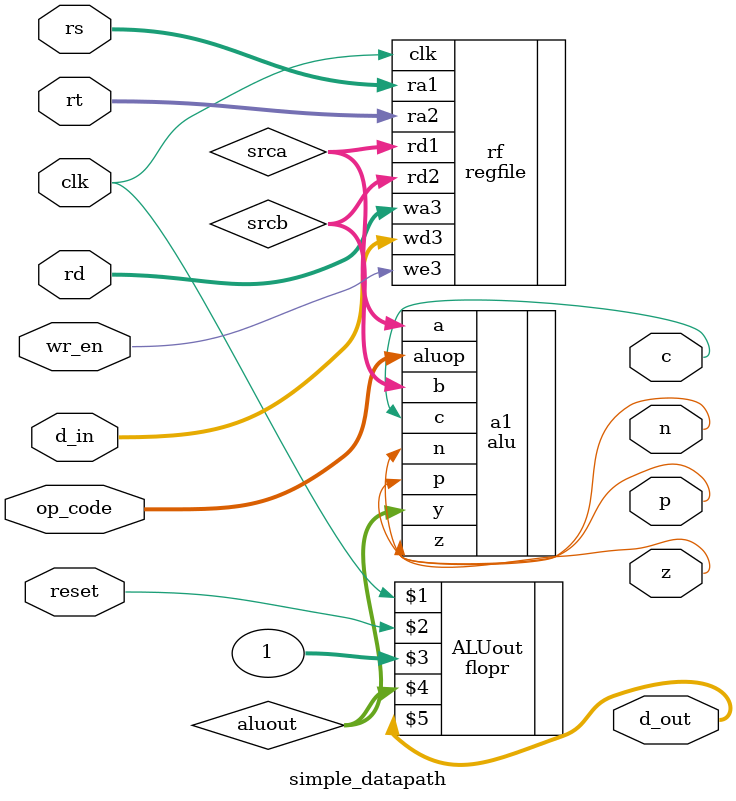
<source format=sv>
/*
 * Harold Agnote
 * Professor Joshua Hayter
 * CECS 341 - Sec. 07
 * 2/16/2017
 *
 */
`timescale 1ns/100ps

`include "regfile.v"
`include "flopr.v"
`include "alu.v"

`define datasize 32
module simple_datapath(
  input [2:0]	op_code,
  input 		clk, reset,
  input [4:0]	rs, rt, rd,
  input 		wr_en,
  input [`datasize - 1:0] d_in,
  output [`datasize - 1:0] d_out,
  output c, n, z, p
    );
    
  wire [`datasize-1:0] srca, srcb, aluout;
  
  regfile #(`datasize) rf (
    .ra1(rs),
    .ra2(rt),
    .wa3(rd),
    .we3(wr_en),
    .wd3(d_in),
    .clk(clk),
    .rd1(srca),
    .rd2(srcb));
  							
  alu #(`datasize) a1 (
    .a(srca),
    .b(srcb),
    .aluop(op_code),
    .y(aluout),
    .c(c),
    .n(n),
    .z(z),
    .p(p));
  
  flopr #(`datasize) ALUout (clk, reset, 1, aluout, d_out);
  
endmodule


</source>
